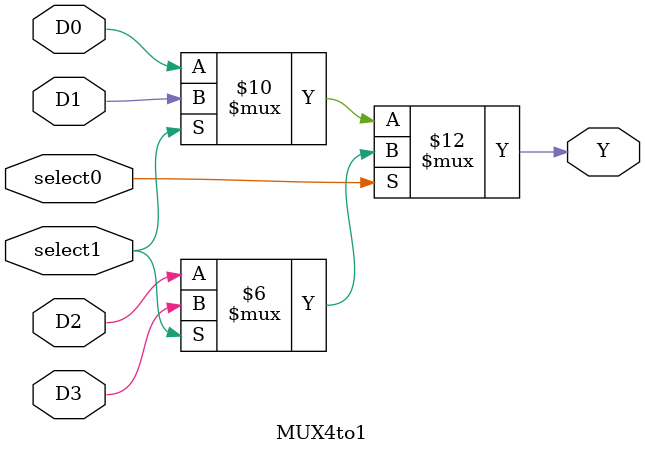
<source format=v>
`timescale 1ns / 1ps
module MUX4to1(D0, D1, D2, D3, select0, select1, Y);

input D0, D1, D2, D3, select0, select1;
output Y;

reg Y;
wire D0, D1, D2, D3, select0, select1;

always @* begin
	if(select0 == 0) begin
			if(select1 == 0) begin
				Y <= D0;
		end
		else begin
				Y <= D1;
		end
	end
	else begin
		if(select1 == 0) begin
				Y <= D2;
		end
		else begin
				Y <= D3;
		end
	end
end

endmodule
</source>
